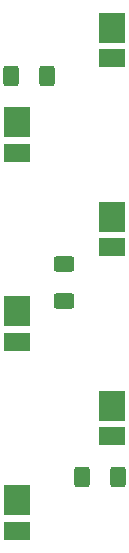
<source format=gbr>
%TF.GenerationSoftware,KiCad,Pcbnew,6.0.7*%
%TF.CreationDate,2022-11-08T21:44:20-05:00*%
%TF.ProjectId,led-mc-50x16,6c65642d-6d63-42d3-9530-7831362e6b69,rev?*%
%TF.SameCoordinates,Original*%
%TF.FileFunction,Paste,Top*%
%TF.FilePolarity,Positive*%
%FSLAX46Y46*%
G04 Gerber Fmt 4.6, Leading zero omitted, Abs format (unit mm)*
G04 Created by KiCad (PCBNEW 6.0.7) date 2022-11-08 21:44:20*
%MOMM*%
%LPD*%
G01*
G04 APERTURE LIST*
G04 Aperture macros list*
%AMRoundRect*
0 Rectangle with rounded corners*
0 $1 Rounding radius*
0 $2 $3 $4 $5 $6 $7 $8 $9 X,Y pos of 4 corners*
0 Add a 4 corners polygon primitive as box body*
4,1,4,$2,$3,$4,$5,$6,$7,$8,$9,$2,$3,0*
0 Add four circle primitives for the rounded corners*
1,1,$1+$1,$2,$3*
1,1,$1+$1,$4,$5*
1,1,$1+$1,$6,$7*
1,1,$1+$1,$8,$9*
0 Add four rect primitives between the rounded corners*
20,1,$1+$1,$2,$3,$4,$5,0*
20,1,$1+$1,$4,$5,$6,$7,0*
20,1,$1+$1,$6,$7,$8,$9,0*
20,1,$1+$1,$8,$9,$2,$3,0*%
G04 Aperture macros list end*
%ADD10R,2.200000X2.500000*%
%ADD11R,2.200000X1.550000*%
%ADD12RoundRect,0.250000X-0.400000X-0.625000X0.400000X-0.625000X0.400000X0.625000X-0.400000X0.625000X0*%
%ADD13RoundRect,0.250000X0.625000X-0.400000X0.625000X0.400000X-0.625000X0.400000X-0.625000X-0.400000X0*%
G04 APERTURE END LIST*
D10*
%TO.C,D4*%
X82000000Y-105950000D03*
D11*
X82000000Y-108525000D03*
%TD*%
D10*
%TO.C,D2*%
X74000000Y-97950000D03*
D11*
X74000000Y-100525000D03*
%TD*%
D10*
%TO.C,D1*%
X74000000Y-113950000D03*
D11*
X74000000Y-116525000D03*
%TD*%
D12*
%TO.C,R2*%
X79450000Y-112000000D03*
X82550000Y-112000000D03*
%TD*%
%TO.C,R1*%
X73450000Y-78000000D03*
X76550000Y-78000000D03*
%TD*%
D10*
%TO.C,D6*%
X82000000Y-73950000D03*
D11*
X82000000Y-76525000D03*
%TD*%
D10*
%TO.C,D5*%
X82000000Y-89950000D03*
D11*
X82000000Y-92525000D03*
%TD*%
D10*
%TO.C,D3*%
X74000000Y-81950000D03*
D11*
X74000000Y-84525000D03*
%TD*%
D13*
%TO.C,R3*%
X78000000Y-97050000D03*
X78000000Y-93950000D03*
%TD*%
M02*

</source>
